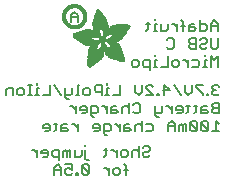
<source format=gbr>
G04 EAGLE Gerber RS-274X export*
G75*
%MOMM*%
%FSLAX34Y34*%
%LPD*%
%INSilkscreen Bottom*%
%IPPOS*%
%AMOC8*
5,1,8,0,0,1.08239X$1,22.5*%
G01*
%ADD10C,0.127000*%
%ADD11R,0.068600X0.007600*%
%ADD12R,0.114300X0.007600*%
%ADD13R,0.152400X0.007700*%
%ADD14R,0.182900X0.007600*%
%ADD15R,0.205700X0.007600*%
%ADD16R,0.228600X0.007600*%
%ADD17R,0.259100X0.007600*%
%ADD18R,0.274300X0.007700*%
%ADD19R,0.289500X0.007600*%
%ADD20R,0.304800X0.007600*%
%ADD21R,0.320100X0.007600*%
%ADD22R,0.342900X0.007600*%
%ADD23R,0.350500X0.007700*%
%ADD24R,0.365800X0.007600*%
%ADD25R,0.381000X0.007600*%
%ADD26R,0.388600X0.007600*%
%ADD27R,0.403800X0.007600*%
%ADD28R,0.419100X0.007700*%
%ADD29R,0.426700X0.007600*%
%ADD30R,0.441900X0.007600*%
%ADD31R,0.449600X0.007600*%
%ADD32R,0.464800X0.007600*%
%ADD33R,0.480000X0.007700*%
%ADD34R,0.487600X0.007600*%
%ADD35R,0.495300X0.007600*%
%ADD36R,0.510500X0.007600*%
%ADD37R,0.518100X0.007600*%
%ADD38R,0.525700X0.007700*%
%ADD39R,0.541000X0.007600*%
%ADD40R,0.548600X0.007600*%
%ADD41R,0.563800X0.007600*%
%ADD42R,0.571500X0.007600*%
%ADD43R,0.579100X0.007700*%
%ADD44R,0.594300X0.007600*%
%ADD45R,0.601900X0.007600*%
%ADD46R,0.609600X0.007600*%
%ADD47R,0.624800X0.007600*%
%ADD48R,0.632400X0.007700*%
%ADD49R,0.640000X0.007600*%
%ADD50R,0.655300X0.007600*%
%ADD51R,0.662900X0.007600*%
%ADD52R,0.678100X0.007600*%
%ADD53R,0.685800X0.007700*%
%ADD54R,0.693400X0.007600*%
%ADD55R,0.708600X0.007600*%
%ADD56R,0.716200X0.007600*%
%ADD57R,0.723900X0.007600*%
%ADD58R,0.739100X0.007700*%
%ADD59R,0.746700X0.007600*%
%ADD60R,0.754300X0.007600*%
%ADD61R,0.769600X0.007600*%
%ADD62R,0.777200X0.007600*%
%ADD63R,0.792400X0.007700*%
%ADD64R,0.800100X0.007600*%
%ADD65R,0.807700X0.007600*%
%ADD66R,0.822900X0.007600*%
%ADD67R,0.830500X0.007600*%
%ADD68R,0.838200X0.007700*%
%ADD69R,0.091500X0.007600*%
%ADD70R,0.853400X0.007600*%
%ADD71R,0.144700X0.007600*%
%ADD72R,0.861000X0.007600*%
%ADD73R,0.190500X0.007600*%
%ADD74R,0.876300X0.007600*%
%ADD75R,0.221000X0.007600*%
%ADD76R,0.883900X0.007600*%
%ADD77R,0.259000X0.007700*%
%ADD78R,0.891500X0.007700*%
%ADD79R,0.289600X0.007600*%
%ADD80R,0.906700X0.007600*%
%ADD81R,0.914400X0.007600*%
%ADD82R,0.350500X0.007600*%
%ADD83R,0.922000X0.007600*%
%ADD84R,0.937200X0.007600*%
%ADD85R,0.411400X0.007700*%
%ADD86R,0.944800X0.007700*%
%ADD87R,0.434300X0.007600*%
%ADD88R,0.952500X0.007600*%
%ADD89R,0.464900X0.007600*%
%ADD90R,0.967700X0.007600*%
%ADD91R,0.975300X0.007600*%
%ADD92R,0.518200X0.007600*%
%ADD93R,0.990600X0.007600*%
%ADD94R,0.548600X0.007700*%
%ADD95R,0.998200X0.007700*%
%ADD96R,1.005800X0.007600*%
%ADD97R,0.594400X0.007600*%
%ADD98R,1.021000X0.007600*%
%ADD99R,0.617200X0.007600*%
%ADD100R,1.028700X0.007600*%
%ADD101R,0.647700X0.007600*%
%ADD102R,1.036300X0.007600*%
%ADD103R,0.670500X0.007700*%
%ADD104R,1.051500X0.007700*%
%ADD105R,1.059100X0.007600*%
%ADD106R,0.716300X0.007600*%
%ADD107R,1.066800X0.007600*%
%ADD108R,0.739100X0.007600*%
%ADD109R,1.074400X0.007600*%
%ADD110R,0.762000X0.007600*%
%ADD111R,1.089600X0.007600*%
%ADD112R,0.784800X0.007700*%
%ADD113R,1.097200X0.007700*%
%ADD114R,1.104900X0.007600*%
%ADD115R,0.830600X0.007600*%
%ADD116R,1.112500X0.007600*%
%ADD117R,0.845800X0.007600*%
%ADD118R,1.120100X0.007600*%
%ADD119R,0.868700X0.007600*%
%ADD120R,1.127700X0.007600*%
%ADD121R,1.135300X0.007700*%
%ADD122R,1.143000X0.007600*%
%ADD123R,0.944900X0.007600*%
%ADD124R,1.150600X0.007600*%
%ADD125R,0.960100X0.007600*%
%ADD126R,1.158200X0.007600*%
%ADD127R,0.983000X0.007600*%
%ADD128R,1.165800X0.007600*%
%ADD129R,1.005900X0.007700*%
%ADD130R,1.173400X0.007700*%
%ADD131R,1.021100X0.007600*%
%ADD132R,1.181100X0.007600*%
%ADD133R,1.044000X0.007600*%
%ADD134R,1.188700X0.007600*%
%ADD135R,1.196300X0.007600*%
%ADD136R,1.082000X0.007600*%
%ADD137R,1.203900X0.007600*%
%ADD138R,1.104900X0.007700*%
%ADD139R,1.211500X0.007700*%
%ADD140R,1.211500X0.007600*%
%ADD141R,1.219200X0.007600*%
%ADD142R,1.226800X0.007600*%
%ADD143R,1.234400X0.007600*%
%ADD144R,1.188700X0.007700*%
%ADD145R,1.242000X0.007700*%
%ADD146R,1.242000X0.007600*%
%ADD147R,1.211600X0.007600*%
%ADD148R,1.249600X0.007600*%
%ADD149R,1.257300X0.007600*%
%ADD150R,1.264900X0.007600*%
%ADD151R,1.242100X0.007700*%
%ADD152R,1.264900X0.007700*%
%ADD153R,1.272500X0.007600*%
%ADD154R,1.265000X0.007600*%
%ADD155R,1.280100X0.007600*%
%ADD156R,1.272600X0.007600*%
%ADD157R,1.287700X0.007600*%
%ADD158R,1.287800X0.007600*%
%ADD159R,1.295400X0.007700*%
%ADD160R,1.303000X0.007600*%
%ADD161R,1.318200X0.007600*%
%ADD162R,1.310600X0.007600*%
%ADD163R,1.325900X0.007600*%
%ADD164R,1.341100X0.007700*%
%ADD165R,1.318200X0.007700*%
%ADD166R,1.341100X0.007600*%
%ADD167R,1.325800X0.007600*%
%ADD168R,1.348700X0.007600*%
%ADD169R,1.364000X0.007600*%
%ADD170R,1.333500X0.007600*%
%ADD171R,1.371600X0.007700*%
%ADD172R,1.379200X0.007600*%
%ADD173R,1.379300X0.007600*%
%ADD174R,1.386900X0.007600*%
%ADD175R,1.394500X0.007600*%
%ADD176R,1.356300X0.007600*%
%ADD177R,1.394400X0.007700*%
%ADD178R,1.356300X0.007700*%
%ADD179R,1.402000X0.007600*%
%ADD180R,1.409700X0.007600*%
%ADD181R,1.363900X0.007600*%
%ADD182R,1.417300X0.007600*%
%ADD183R,1.371600X0.007600*%
%ADD184R,1.424900X0.007700*%
%ADD185R,1.424900X0.007600*%
%ADD186R,1.432600X0.007600*%
%ADD187R,1.440200X0.007600*%
%ADD188R,1.386800X0.007600*%
%ADD189R,1.447800X0.007700*%
%ADD190R,1.386800X0.007700*%
%ADD191R,1.447800X0.007600*%
%ADD192R,1.455500X0.007600*%
%ADD193R,1.394400X0.007600*%
%ADD194R,1.463100X0.007600*%
%ADD195R,1.455400X0.007700*%
%ADD196R,1.463000X0.007600*%
%ADD197R,1.470600X0.007600*%
%ADD198R,1.470600X0.007700*%
%ADD199R,1.409700X0.007700*%
%ADD200R,1.470700X0.007600*%
%ADD201R,1.402100X0.007600*%
%ADD202R,1.478300X0.007600*%
%ADD203R,1.478300X0.007700*%
%ADD204R,1.402100X0.007700*%
%ADD205R,1.485900X0.007600*%
%ADD206R,1.485900X0.007700*%
%ADD207R,1.493500X0.007700*%
%ADD208R,1.493500X0.007600*%
%ADD209R,1.394500X0.007700*%
%ADD210R,1.493600X0.007700*%
%ADD211R,1.386900X0.007700*%
%ADD212R,1.379200X0.007700*%
%ADD213R,2.857500X0.007700*%
%ADD214R,2.857500X0.007600*%
%ADD215R,2.849900X0.007600*%
%ADD216R,2.842300X0.007600*%
%ADD217R,2.834700X0.007700*%
%ADD218R,2.827000X0.007600*%
%ADD219R,2.819400X0.007600*%
%ADD220R,2.811800X0.007600*%
%ADD221R,2.811800X0.007700*%
%ADD222R,2.804100X0.007600*%
%ADD223R,2.796500X0.007600*%
%ADD224R,1.966000X0.007600*%
%ADD225R,1.943100X0.007600*%
%ADD226R,0.754400X0.007600*%
%ADD227R,1.927900X0.007700*%
%ADD228R,0.746700X0.007700*%
%ADD229R,1.912600X0.007600*%
%ADD230R,0.731500X0.007600*%
%ADD231R,1.905000X0.007600*%
%ADD232R,1.882200X0.007600*%
%ADD233R,1.874600X0.007600*%
%ADD234R,1.866900X0.007700*%
%ADD235R,0.708700X0.007700*%
%ADD236R,1.851600X0.007600*%
%ADD237R,0.701100X0.007600*%
%ADD238R,1.844000X0.007600*%
%ADD239R,1.836400X0.007600*%
%ADD240R,1.821200X0.007600*%
%ADD241R,0.685800X0.007600*%
%ADD242R,1.813500X0.007700*%
%ADD243R,1.805900X0.007600*%
%ADD244R,0.678200X0.007600*%
%ADD245R,1.790700X0.007600*%
%ADD246R,0.670600X0.007600*%
%ADD247R,1.775500X0.007600*%
%ADD248R,1.767900X0.007700*%
%ADD249R,0.663000X0.007700*%
%ADD250R,1.760200X0.007600*%
%ADD251R,1.752600X0.007600*%
%ADD252R,0.937300X0.007600*%
%ADD253R,0.792500X0.007600*%
%ADD254R,0.899100X0.007600*%
%ADD255R,0.883900X0.007700*%
%ADD256R,0.716300X0.007700*%
%ADD257R,0.647700X0.007700*%
%ADD258R,0.640100X0.007600*%
%ADD259R,0.632500X0.007600*%
%ADD260R,0.655400X0.007600*%
%ADD261R,0.632400X0.007600*%
%ADD262R,0.845800X0.007700*%
%ADD263R,0.617200X0.007700*%
%ADD264R,0.624800X0.007700*%
%ADD265R,0.602000X0.007600*%
%ADD266R,0.838200X0.007600*%
%ADD267R,0.586700X0.007600*%
%ADD268R,0.548700X0.007600*%
%ADD269R,0.830500X0.007700*%
%ADD270R,0.541000X0.007700*%
%ADD271R,0.594300X0.007700*%
%ADD272R,0.525800X0.007600*%
%ADD273R,0.586800X0.007600*%
%ADD274R,0.815300X0.007600*%
%ADD275R,0.579200X0.007600*%
%ADD276R,0.815400X0.007600*%
%ADD277R,0.815400X0.007700*%
%ADD278R,0.571500X0.007700*%
%ADD279R,0.807800X0.007600*%
%ADD280R,0.563900X0.007600*%
%ADD281R,0.457200X0.007600*%
%ADD282R,0.442000X0.007600*%
%ADD283R,0.556300X0.007600*%
%ADD284R,0.807700X0.007700*%
%ADD285R,0.411500X0.007600*%
%ADD286R,0.533400X0.007600*%
%ADD287R,0.076200X0.007600*%
%ADD288R,0.403900X0.007600*%
%ADD289R,0.525700X0.007600*%
%ADD290R,0.388700X0.007600*%
%ADD291R,0.297200X0.007600*%
%ADD292R,0.373400X0.007700*%
%ADD293R,0.503000X0.007700*%
%ADD294R,0.426800X0.007700*%
%ADD295R,0.358100X0.007600*%
%ADD296R,0.502900X0.007600*%
%ADD297R,0.472400X0.007600*%
%ADD298R,0.487700X0.007600*%
%ADD299R,0.335300X0.007600*%
%ADD300R,0.792500X0.007700*%
%ADD301R,0.327600X0.007700*%
%ADD302R,0.472400X0.007700*%
%ADD303R,0.640000X0.007700*%
%ADD304R,0.784800X0.007600*%
%ADD305R,0.320000X0.007600*%
%ADD306R,0.792400X0.007600*%
%ADD307R,1.173400X0.007600*%
%ADD308R,1.196400X0.007600*%
%ADD309R,0.784900X0.007600*%
%ADD310R,0.784900X0.007700*%
%ADD311R,0.297200X0.007700*%
%ADD312R,1.249700X0.007600*%
%ADD313R,0.281900X0.007600*%
%ADD314R,1.295400X0.007600*%
%ADD315R,0.266700X0.007600*%
%ADD316R,0.777300X0.007700*%
%ADD317R,0.266700X0.007700*%
%ADD318R,1.333500X0.007700*%
%ADD319R,0.777300X0.007600*%
%ADD320R,1.348800X0.007600*%
%ADD321R,0.251500X0.007600*%
%ADD322R,0.243900X0.007700*%
%ADD323R,0.243900X0.007600*%
%ADD324R,1.440100X0.007600*%
%ADD325R,0.236200X0.007600*%
%ADD326R,0.762000X0.007700*%
%ADD327R,0.236200X0.007700*%
%ADD328R,1.508700X0.007700*%
%ADD329R,1.531600X0.007600*%
%ADD330R,1.546900X0.007600*%
%ADD331R,1.569700X0.007600*%
%ADD332R,1.585000X0.007600*%
%ADD333R,0.746800X0.007700*%
%ADD334R,1.607800X0.007700*%
%ADD335R,0.243800X0.007600*%
%ADD336R,1.630700X0.007600*%
%ADD337R,1.653500X0.007600*%
%ADD338R,0.739200X0.007600*%
%ADD339R,1.684000X0.007600*%
%ADD340R,2.019300X0.007600*%
%ADD341R,0.731500X0.007700*%
%ADD342R,2.026900X0.007700*%
%ADD343R,2.049800X0.007600*%
%ADD344R,2.057400X0.007600*%
%ADD345R,0.708700X0.007600*%
%ADD346R,2.072600X0.007600*%
%ADD347R,0.701000X0.007600*%
%ADD348R,2.095500X0.007600*%
%ADD349R,0.693500X0.007700*%
%ADD350R,2.110800X0.007700*%
%ADD351R,2.141200X0.007600*%
%ADD352R,0.060900X0.007600*%
%ADD353R,2.872700X0.007600*%
%ADD354R,3.124200X0.007600*%
%ADD355R,3.177600X0.007600*%
%ADD356R,3.215600X0.007700*%
%ADD357R,3.253700X0.007600*%
%ADD358R,3.284300X0.007600*%
%ADD359R,3.314700X0.007600*%
%ADD360R,3.352800X0.007600*%
%ADD361R,3.375600X0.007700*%
%ADD362R,3.406200X0.007600*%
%ADD363R,3.429000X0.007600*%
%ADD364R,3.451800X0.007600*%
%ADD365R,3.482400X0.007600*%
%ADD366R,1.828800X0.007700*%
%ADD367R,1.539300X0.007700*%
%ADD368R,1.767900X0.007600*%
%ADD369R,1.767800X0.007600*%
%ADD370R,1.760200X0.007700*%
%ADD371R,1.760300X0.007600*%
%ADD372R,1.775400X0.007700*%
%ADD373R,1.379300X0.007700*%
%ADD374R,1.783000X0.007600*%
%ADD375R,1.813500X0.007600*%
%ADD376R,1.821100X0.007700*%
%ADD377R,0.503000X0.007600*%
%ADD378R,1.135400X0.007600*%
%ADD379R,1.127700X0.007700*%
%ADD380R,0.487700X0.007700*%
%ADD381R,1.120200X0.007600*%
%ADD382R,1.097300X0.007600*%
%ADD383R,0.510600X0.007600*%
%ADD384R,1.074400X0.007700*%
%ADD385R,0.525800X0.007700*%
%ADD386R,1.440200X0.007700*%
%ADD387R,1.059200X0.007600*%
%ADD388R,1.051600X0.007600*%
%ADD389R,1.051500X0.007600*%
%ADD390R,1.043900X0.007700*%
%ADD391R,0.602000X0.007700*%
%ADD392R,1.524000X0.007600*%
%ADD393R,1.539300X0.007600*%
%ADD394R,1.592600X0.007600*%
%ADD395R,1.021100X0.007700*%
%ADD396R,1.615400X0.007700*%
%ADD397R,1.013400X0.007600*%
%ADD398R,1.653600X0.007600*%
%ADD399R,1.013500X0.007600*%
%ADD400R,1.699300X0.007600*%
%ADD401R,2.743200X0.007600*%
%ADD402R,1.005900X0.007600*%
%ADD403R,2.415500X0.007600*%
%ADD404R,1.005800X0.007700*%
%ADD405R,0.281900X0.007700*%
%ADD406R,2.408000X0.007700*%
%ADD407R,2.407900X0.007600*%
%ADD408R,0.998200X0.007600*%
%ADD409R,0.282000X0.007600*%
%ADD410R,0.998300X0.007600*%
%ADD411R,2.400300X0.007600*%
%ADD412R,0.289500X0.007700*%
%ADD413R,2.400300X0.007700*%
%ADD414R,0.297100X0.007600*%
%ADD415R,0.312400X0.007600*%
%ADD416R,2.392700X0.007600*%
%ADD417R,0.990600X0.007700*%
%ADD418R,0.327700X0.007700*%
%ADD419R,2.392700X0.007700*%
%ADD420R,2.385100X0.007600*%
%ADD421R,0.381000X0.007700*%
%ADD422R,2.377400X0.007700*%
%ADD423R,2.377400X0.007600*%
%ADD424R,2.369800X0.007600*%
%ADD425R,0.419100X0.007600*%
%ADD426R,2.362200X0.007600*%
%ADD427R,0.426800X0.007600*%
%ADD428R,1.036300X0.007700*%
%ADD429R,0.442000X0.007700*%
%ADD430R,2.354600X0.007700*%
%ADD431R,2.354600X0.007600*%
%ADD432R,0.480100X0.007600*%
%ADD433R,2.347000X0.007600*%
%ADD434R,1.074500X0.007600*%
%ADD435R,2.339400X0.007600*%
%ADD436R,1.082100X0.007700*%
%ADD437R,0.548700X0.007700*%
%ADD438R,2.331800X0.007700*%
%ADD439R,2.331800X0.007600*%
%ADD440R,0.624900X0.007600*%
%ADD441R,2.324100X0.007600*%
%ADD442R,1.859300X0.007600*%
%ADD443R,2.308800X0.007600*%
%ADD444R,2.301200X0.007700*%
%ADD445R,2.301200X0.007600*%
%ADD446R,2.293600X0.007600*%
%ADD447R,2.278400X0.007600*%
%ADD448R,1.889800X0.007600*%
%ADD449R,2.270700X0.007600*%
%ADD450R,1.897400X0.007700*%
%ADD451R,2.255500X0.007700*%
%ADD452R,1.897400X0.007600*%
%ADD453R,2.247900X0.007600*%
%ADD454R,2.232600X0.007600*%
%ADD455R,1.912700X0.007600*%
%ADD456R,2.209800X0.007600*%
%ADD457R,1.920300X0.007600*%
%ADD458R,2.186900X0.007600*%
%ADD459R,1.920300X0.007700*%
%ADD460R,2.171700X0.007700*%
%ADD461R,1.935500X0.007600*%
%ADD462R,2.148800X0.007600*%
%ADD463R,2.126000X0.007600*%
%ADD464R,1.950700X0.007600*%
%ADD465R,1.958400X0.007700*%
%ADD466R,2.042200X0.007700*%
%ADD467R,1.973600X0.007600*%
%ADD468R,1.996500X0.007600*%
%ADD469R,1.981200X0.007600*%
%ADD470R,1.988800X0.007600*%
%ADD471R,1.996400X0.007700*%
%ADD472R,1.996400X0.007600*%
%ADD473R,2.004100X0.007600*%
%ADD474R,1.874500X0.007600*%
%ADD475R,1.425000X0.007600*%
%ADD476R,2.026900X0.007600*%
%ADD477R,0.434400X0.007700*%
%ADD478R,1.364000X0.007700*%
%ADD479R,2.034500X0.007600*%
%ADD480R,0.434400X0.007600*%
%ADD481R,2.049700X0.007600*%
%ADD482R,2.065000X0.007700*%
%ADD483R,0.464800X0.007700*%
%ADD484R,1.196300X0.007700*%
%ADD485R,2.080300X0.007600*%
%ADD486R,1.158300X0.007600*%
%ADD487R,2.087900X0.007600*%
%ADD488R,0.472500X0.007600*%
%ADD489R,2.103100X0.007600*%
%ADD490R,2.118400X0.007600*%
%ADD491R,2.133600X0.007600*%
%ADD492R,2.148800X0.007700*%
%ADD493R,2.164000X0.007600*%
%ADD494R,2.171700X0.007600*%
%ADD495R,2.187000X0.007600*%
%ADD496R,0.556200X0.007600*%
%ADD497R,2.202200X0.007700*%
%ADD498R,0.556200X0.007700*%
%ADD499R,0.640100X0.007700*%
%ADD500R,0.579100X0.007600*%
%ADD501R,0.480000X0.007600*%
%ADD502R,1.752600X0.007700*%
%ADD503R,0.487600X0.007700*%
%ADD504R,0.594400X0.007700*%
%ADD505R,0.358100X0.007700*%
%ADD506R,0.099000X0.007600*%
%ADD507R,1.280200X0.007600*%
%ADD508R,1.745000X0.007600*%
%ADD509R,1.744900X0.007600*%
%ADD510R,1.737300X0.007700*%
%ADD511R,1.737400X0.007600*%
%ADD512R,1.729800X0.007600*%
%ADD513R,1.722200X0.007600*%
%ADD514R,1.722100X0.007600*%
%ADD515R,1.714500X0.007700*%
%ADD516R,1.356400X0.007700*%
%ADD517R,1.706900X0.007600*%
%ADD518R,1.356400X0.007600*%
%ADD519R,1.691700X0.007600*%
%ADD520R,1.668800X0.007700*%
%ADD521R,1.645900X0.007600*%
%ADD522R,1.623100X0.007600*%
%ADD523R,1.577400X0.007600*%
%ADD524R,1.554400X0.007600*%
%ADD525R,1.539200X0.007600*%
%ADD526R,1.524000X0.007700*%
%ADD527R,1.501100X0.007600*%
%ADD528R,1.455400X0.007600*%
%ADD529R,1.348800X0.007700*%
%ADD530R,1.318300X0.007600*%
%ADD531R,1.310600X0.007700*%
%ADD532R,1.287800X0.007700*%
%ADD533R,1.234500X0.007600*%
%ADD534R,1.226900X0.007600*%
%ADD535R,1.173500X0.007700*%
%ADD536R,1.173500X0.007600*%
%ADD537R,1.165900X0.007600*%
%ADD538R,1.143000X0.007700*%
%ADD539R,1.127800X0.007600*%
%ADD540R,1.097200X0.007600*%
%ADD541R,1.028700X0.007700*%
%ADD542R,0.982900X0.007600*%
%ADD543R,0.952500X0.007700*%
%ADD544R,0.929600X0.007600*%
%ADD545R,0.906800X0.007700*%
%ADD546R,0.906800X0.007600*%
%ADD547R,0.899200X0.007600*%
%ADD548R,0.884000X0.007600*%
%ADD549R,0.876300X0.007700*%
%ADD550R,0.830600X0.007700*%
%ADD551R,0.754400X0.007700*%
%ADD552R,0.746800X0.007600*%
%ADD553R,0.708600X0.007700*%
%ADD554R,0.678200X0.007700*%
%ADD555R,0.663000X0.007600*%
%ADD556R,0.632500X0.007700*%
%ADD557R,0.556300X0.007700*%
%ADD558R,0.518200X0.007700*%
%ADD559R,0.434300X0.007700*%
%ADD560R,0.396300X0.007700*%
%ADD561R,0.373300X0.007600*%
%ADD562R,0.365700X0.007600*%
%ADD563R,0.327700X0.007600*%
%ADD564R,0.304800X0.007700*%
%ADD565R,0.274300X0.007600*%
%ADD566R,0.243800X0.007700*%
%ADD567R,0.205800X0.007600*%
%ADD568R,0.152400X0.007600*%
%ADD569R,0.121900X0.007700*%
%ADD570C,0.304800*%
%ADD571C,0.203200*%


D10*
X222885Y130175D02*
X222885Y136107D01*
X219919Y139073D01*
X216953Y136107D01*
X216953Y130175D01*
X216953Y134624D02*
X222885Y134624D01*
X207598Y139073D02*
X207598Y130175D01*
X212047Y130175D01*
X213530Y131658D01*
X213530Y134624D01*
X212047Y136107D01*
X207598Y136107D01*
X202692Y136107D02*
X199726Y136107D01*
X198243Y134624D01*
X198243Y130175D01*
X202692Y130175D01*
X204175Y131658D01*
X202692Y133141D01*
X198243Y133141D01*
X193337Y130175D02*
X193337Y137590D01*
X191854Y139073D01*
X191854Y134624D02*
X194819Y134624D01*
X188583Y136107D02*
X188583Y130175D01*
X188583Y133141D02*
X185617Y136107D01*
X184134Y136107D01*
X180787Y136107D02*
X180787Y131658D01*
X179304Y130175D01*
X174855Y130175D01*
X174855Y136107D01*
X171432Y136107D02*
X169949Y136107D01*
X169949Y130175D01*
X171432Y130175D02*
X168466Y130175D01*
X169949Y139073D02*
X169949Y140556D01*
X163712Y137590D02*
X163712Y131658D01*
X162229Y130175D01*
X162229Y136107D02*
X165195Y136107D01*
X222885Y123833D02*
X222885Y116418D01*
X221402Y114935D01*
X218436Y114935D01*
X216953Y116418D01*
X216953Y123833D01*
X209081Y123833D02*
X207598Y122350D01*
X209081Y123833D02*
X212047Y123833D01*
X213530Y122350D01*
X213530Y120867D01*
X212047Y119384D01*
X209081Y119384D01*
X207598Y117901D01*
X207598Y116418D01*
X209081Y114935D01*
X212047Y114935D01*
X213530Y116418D01*
X204175Y114935D02*
X204175Y123833D01*
X199726Y123833D01*
X198243Y122350D01*
X198243Y120867D01*
X199726Y119384D01*
X198243Y117901D01*
X198243Y116418D01*
X199726Y114935D01*
X204175Y114935D01*
X204175Y119384D02*
X199726Y119384D01*
X181015Y123833D02*
X179533Y122350D01*
X181015Y123833D02*
X183981Y123833D01*
X185464Y122350D01*
X185464Y116418D01*
X183981Y114935D01*
X181015Y114935D01*
X179533Y116418D01*
X222885Y108593D02*
X222885Y99695D01*
X219919Y105627D02*
X222885Y108593D01*
X219919Y105627D02*
X216953Y108593D01*
X216953Y99695D01*
X213530Y105627D02*
X212047Y105627D01*
X212047Y99695D01*
X213530Y99695D02*
X210564Y99695D01*
X212047Y108593D02*
X212047Y110076D01*
X205810Y105627D02*
X201361Y105627D01*
X205810Y105627D02*
X207293Y104144D01*
X207293Y101178D01*
X205810Y99695D01*
X201361Y99695D01*
X197938Y99695D02*
X197938Y105627D01*
X197938Y102661D02*
X194972Y105627D01*
X193489Y105627D01*
X188659Y99695D02*
X185693Y99695D01*
X184210Y101178D01*
X184210Y104144D01*
X185693Y105627D01*
X188659Y105627D01*
X190142Y104144D01*
X190142Y101178D01*
X188659Y99695D01*
X180787Y99695D02*
X180787Y108593D01*
X180787Y99695D02*
X174855Y99695D01*
X171432Y105627D02*
X169949Y105627D01*
X169949Y99695D01*
X171432Y99695D02*
X168466Y99695D01*
X169949Y108593D02*
X169949Y110076D01*
X165195Y105627D02*
X165195Y96729D01*
X165195Y105627D02*
X160746Y105627D01*
X159263Y104144D01*
X159263Y101178D01*
X160746Y99695D01*
X165195Y99695D01*
X154357Y99695D02*
X151391Y99695D01*
X149908Y101178D01*
X149908Y104144D01*
X151391Y105627D01*
X154357Y105627D01*
X155840Y104144D01*
X155840Y101178D01*
X154357Y99695D01*
X222672Y84463D02*
X224155Y82980D01*
X222672Y84463D02*
X219706Y84463D01*
X218223Y82980D01*
X218223Y81497D01*
X219706Y80014D01*
X221189Y80014D01*
X219706Y80014D02*
X218223Y78531D01*
X218223Y77048D01*
X219706Y75565D01*
X222672Y75565D01*
X224155Y77048D01*
X214800Y77048D02*
X214800Y75565D01*
X214800Y77048D02*
X213317Y77048D01*
X213317Y75565D01*
X214800Y75565D01*
X210122Y84463D02*
X204191Y84463D01*
X204191Y82980D01*
X210122Y77048D01*
X210122Y75565D01*
X200767Y78531D02*
X200767Y84463D01*
X200767Y78531D02*
X197801Y75565D01*
X194835Y78531D01*
X194835Y84463D01*
X185480Y84463D02*
X191412Y75565D01*
X177608Y75565D02*
X177608Y84463D01*
X182057Y80014D01*
X176125Y80014D01*
X172701Y77048D02*
X172701Y75565D01*
X172701Y77048D02*
X171219Y77048D01*
X171219Y75565D01*
X172701Y75565D01*
X168024Y75565D02*
X162092Y75565D01*
X168024Y75565D02*
X162092Y81497D01*
X162092Y82980D01*
X163575Y84463D01*
X166541Y84463D01*
X168024Y82980D01*
X158669Y84463D02*
X158669Y78531D01*
X155703Y75565D01*
X152737Y78531D01*
X152737Y84463D01*
X139958Y84463D02*
X139958Y75565D01*
X134027Y75565D01*
X130603Y81497D02*
X129120Y81497D01*
X129120Y75565D01*
X130603Y75565D02*
X127637Y75565D01*
X129120Y84463D02*
X129120Y85946D01*
X124366Y84463D02*
X124366Y75565D01*
X124366Y84463D02*
X119918Y84463D01*
X118435Y82980D01*
X118435Y80014D01*
X119918Y78531D01*
X124366Y78531D01*
X113528Y75565D02*
X110562Y75565D01*
X109079Y77048D01*
X109079Y80014D01*
X110562Y81497D01*
X113528Y81497D01*
X115011Y80014D01*
X115011Y77048D01*
X113528Y75565D01*
X105656Y84463D02*
X104173Y84463D01*
X104173Y75565D01*
X105656Y75565D02*
X102690Y75565D01*
X99419Y77048D02*
X99419Y81497D01*
X99419Y77048D02*
X97936Y75565D01*
X93487Y75565D01*
X93487Y74082D02*
X93487Y81497D01*
X93487Y74082D02*
X94970Y72599D01*
X96453Y72599D01*
X90064Y75565D02*
X84132Y84463D01*
X80709Y84463D02*
X80709Y75565D01*
X74777Y75565D01*
X71354Y81497D02*
X69871Y81497D01*
X69871Y75565D01*
X71354Y75565D02*
X68388Y75565D01*
X69871Y84463D02*
X69871Y85946D01*
X65117Y75565D02*
X62151Y75565D01*
X63634Y75565D02*
X63634Y84463D01*
X65117Y84463D02*
X62151Y84463D01*
X57397Y75565D02*
X54431Y75565D01*
X52948Y77048D01*
X52948Y80014D01*
X54431Y81497D01*
X57397Y81497D01*
X58880Y80014D01*
X58880Y77048D01*
X57397Y75565D01*
X49525Y75565D02*
X49525Y81497D01*
X45076Y81497D01*
X43593Y80014D01*
X43593Y75565D01*
X224155Y69223D02*
X224155Y60325D01*
X224155Y69223D02*
X219706Y69223D01*
X218223Y67740D01*
X218223Y66257D01*
X219706Y64774D01*
X218223Y63291D01*
X218223Y61808D01*
X219706Y60325D01*
X224155Y60325D01*
X224155Y64774D02*
X219706Y64774D01*
X213317Y66257D02*
X210351Y66257D01*
X208868Y64774D01*
X208868Y60325D01*
X213317Y60325D01*
X214800Y61808D01*
X213317Y63291D01*
X208868Y63291D01*
X203962Y61808D02*
X203962Y67740D01*
X203962Y61808D02*
X202479Y60325D01*
X202479Y66257D02*
X205445Y66257D01*
X197725Y67740D02*
X197725Y61808D01*
X196242Y60325D01*
X196242Y66257D02*
X199208Y66257D01*
X191488Y60325D02*
X188522Y60325D01*
X191488Y60325D02*
X192971Y61808D01*
X192971Y64774D01*
X191488Y66257D01*
X188522Y66257D01*
X187039Y64774D01*
X187039Y63291D01*
X192971Y63291D01*
X183616Y60325D02*
X183616Y66257D01*
X183616Y63291D02*
X180650Y66257D01*
X179167Y66257D01*
X175820Y66257D02*
X175820Y61808D01*
X174337Y60325D01*
X169888Y60325D01*
X169888Y58842D02*
X169888Y66257D01*
X169888Y58842D02*
X171371Y57359D01*
X172854Y57359D01*
X152661Y69223D02*
X151178Y67740D01*
X152661Y69223D02*
X155627Y69223D01*
X157110Y67740D01*
X157110Y61808D01*
X155627Y60325D01*
X152661Y60325D01*
X151178Y61808D01*
X147754Y60325D02*
X147754Y69223D01*
X146271Y66257D02*
X147754Y64774D01*
X146271Y66257D02*
X143306Y66257D01*
X141823Y64774D01*
X141823Y60325D01*
X136916Y66257D02*
X133950Y66257D01*
X132467Y64774D01*
X132467Y60325D01*
X136916Y60325D01*
X138399Y61808D01*
X136916Y63291D01*
X132467Y63291D01*
X129044Y60325D02*
X129044Y66257D01*
X129044Y63291D02*
X126078Y66257D01*
X124595Y66257D01*
X118282Y57359D02*
X116799Y57359D01*
X115316Y58842D01*
X115316Y66257D01*
X119765Y66257D01*
X121248Y64774D01*
X121248Y61808D01*
X119765Y60325D01*
X115316Y60325D01*
X110410Y60325D02*
X107444Y60325D01*
X110410Y60325D02*
X111893Y61808D01*
X111893Y64774D01*
X110410Y66257D01*
X107444Y66257D01*
X105961Y64774D01*
X105961Y63291D01*
X111893Y63291D01*
X102538Y60325D02*
X102538Y66257D01*
X102538Y63291D02*
X99572Y66257D01*
X98089Y66257D01*
X221189Y53983D02*
X224155Y51017D01*
X221189Y53983D02*
X221189Y45085D01*
X224155Y45085D02*
X218223Y45085D01*
X214800Y46568D02*
X214800Y52500D01*
X213317Y53983D01*
X210351Y53983D01*
X208868Y52500D01*
X208868Y46568D01*
X210351Y45085D01*
X213317Y45085D01*
X214800Y46568D01*
X208868Y52500D01*
X205445Y52500D02*
X205445Y46568D01*
X205445Y52500D02*
X203962Y53983D01*
X200996Y53983D01*
X199513Y52500D01*
X199513Y46568D01*
X200996Y45085D01*
X203962Y45085D01*
X205445Y46568D01*
X199513Y52500D01*
X196089Y51017D02*
X196089Y45085D01*
X196089Y51017D02*
X194607Y51017D01*
X193124Y49534D01*
X193124Y45085D01*
X193124Y49534D02*
X191641Y51017D01*
X190158Y49534D01*
X190158Y45085D01*
X186734Y45085D02*
X186734Y51017D01*
X183768Y53983D01*
X180803Y51017D01*
X180803Y45085D01*
X180803Y49534D02*
X186734Y49534D01*
X166541Y51017D02*
X162092Y51017D01*
X166541Y51017D02*
X168024Y49534D01*
X168024Y46568D01*
X166541Y45085D01*
X162092Y45085D01*
X158669Y45085D02*
X158669Y53983D01*
X157186Y51017D02*
X158669Y49534D01*
X157186Y51017D02*
X154220Y51017D01*
X152737Y49534D01*
X152737Y45085D01*
X147831Y51017D02*
X144865Y51017D01*
X143382Y49534D01*
X143382Y45085D01*
X147831Y45085D01*
X149314Y46568D01*
X147831Y48051D01*
X143382Y48051D01*
X139958Y45085D02*
X139958Y51017D01*
X139958Y48051D02*
X136992Y51017D01*
X135510Y51017D01*
X129197Y42119D02*
X127714Y42119D01*
X126231Y43602D01*
X126231Y51017D01*
X130679Y51017D01*
X132162Y49534D01*
X132162Y46568D01*
X130679Y45085D01*
X126231Y45085D01*
X121324Y45085D02*
X118358Y45085D01*
X121324Y45085D02*
X122807Y46568D01*
X122807Y49534D01*
X121324Y51017D01*
X118358Y51017D01*
X116875Y49534D01*
X116875Y48051D01*
X122807Y48051D01*
X104097Y45085D02*
X104097Y51017D01*
X104097Y48051D02*
X101131Y51017D01*
X99648Y51017D01*
X94818Y51017D02*
X91852Y51017D01*
X90369Y49534D01*
X90369Y45085D01*
X94818Y45085D01*
X96301Y46568D01*
X94818Y48051D01*
X90369Y48051D01*
X85463Y46568D02*
X85463Y52500D01*
X85463Y46568D02*
X83980Y45085D01*
X83980Y51017D02*
X86946Y51017D01*
X79226Y45085D02*
X76260Y45085D01*
X79226Y45085D02*
X80709Y46568D01*
X80709Y49534D01*
X79226Y51017D01*
X76260Y51017D01*
X74777Y49534D01*
X74777Y48051D01*
X80709Y48051D01*
X159187Y30910D02*
X160670Y32393D01*
X163636Y32393D01*
X165119Y30910D01*
X165119Y29427D01*
X163636Y27944D01*
X160670Y27944D01*
X159187Y26461D01*
X159187Y24978D01*
X160670Y23495D01*
X163636Y23495D01*
X165119Y24978D01*
X155763Y23495D02*
X155763Y32393D01*
X154280Y29427D02*
X155763Y27944D01*
X154280Y29427D02*
X151315Y29427D01*
X149832Y27944D01*
X149832Y23495D01*
X144925Y23495D02*
X141959Y23495D01*
X140476Y24978D01*
X140476Y27944D01*
X141959Y29427D01*
X144925Y29427D01*
X146408Y27944D01*
X146408Y24978D01*
X144925Y23495D01*
X137053Y23495D02*
X137053Y29427D01*
X137053Y26461D02*
X134087Y29427D01*
X132604Y29427D01*
X127774Y30910D02*
X127774Y24978D01*
X126291Y23495D01*
X126291Y29427D02*
X129257Y29427D01*
X113665Y20529D02*
X112182Y20529D01*
X110699Y22012D01*
X110699Y29427D01*
X110699Y32393D02*
X110699Y33876D01*
X107428Y29427D02*
X107428Y24978D01*
X105945Y23495D01*
X101497Y23495D01*
X101497Y29427D01*
X98073Y29427D02*
X98073Y23495D01*
X98073Y29427D02*
X96590Y29427D01*
X95107Y27944D01*
X95107Y23495D01*
X95107Y27944D02*
X93624Y29427D01*
X92141Y27944D01*
X92141Y23495D01*
X88718Y20529D02*
X88718Y29427D01*
X84269Y29427D01*
X82786Y27944D01*
X82786Y24978D01*
X84269Y23495D01*
X88718Y23495D01*
X77880Y23495D02*
X74914Y23495D01*
X77880Y23495D02*
X79363Y24978D01*
X79363Y27944D01*
X77880Y29427D01*
X74914Y29427D01*
X73431Y27944D01*
X73431Y26461D01*
X79363Y26461D01*
X70008Y23495D02*
X70008Y29427D01*
X70008Y26461D02*
X67042Y29427D01*
X65559Y29427D01*
X144925Y15670D02*
X144925Y8255D01*
X144925Y15670D02*
X143442Y17153D01*
X143442Y12704D02*
X146408Y12704D01*
X138689Y8255D02*
X135723Y8255D01*
X134240Y9738D01*
X134240Y12704D01*
X135723Y14187D01*
X138689Y14187D01*
X140171Y12704D01*
X140171Y9738D01*
X138689Y8255D01*
X130816Y8255D02*
X130816Y14187D01*
X130816Y11221D02*
X127850Y14187D01*
X126367Y14187D01*
X113665Y15670D02*
X113665Y9738D01*
X113665Y15670D02*
X112182Y17153D01*
X109216Y17153D01*
X107733Y15670D01*
X107733Y9738D01*
X109216Y8255D01*
X112182Y8255D01*
X113665Y9738D01*
X107733Y15670D01*
X104310Y9738D02*
X104310Y8255D01*
X104310Y9738D02*
X102827Y9738D01*
X102827Y8255D01*
X104310Y8255D01*
X99632Y17153D02*
X93701Y17153D01*
X99632Y17153D02*
X99632Y12704D01*
X96666Y14187D01*
X95184Y14187D01*
X93701Y12704D01*
X93701Y9738D01*
X95184Y8255D01*
X98149Y8255D01*
X99632Y9738D01*
X90277Y8255D02*
X90277Y14187D01*
X87311Y17153D01*
X84345Y14187D01*
X84345Y8255D01*
X84345Y12704D02*
X90277Y12704D01*
D11*
X114452Y99060D03*
D12*
X114453Y99136D03*
D13*
X114490Y99213D03*
D14*
X114491Y99289D03*
D15*
X114453Y99365D03*
D16*
X114490Y99441D03*
D17*
X114491Y99517D03*
D18*
X114491Y99594D03*
D19*
X114491Y99670D03*
D20*
X114567Y99746D03*
D21*
X114567Y99822D03*
D22*
X114605Y99898D03*
D23*
X114643Y99975D03*
D24*
X114643Y100051D03*
D25*
X114719Y100127D03*
D26*
X114757Y100203D03*
D27*
X114757Y100279D03*
D28*
X114834Y100356D03*
D29*
X114872Y100432D03*
D30*
X114948Y100508D03*
D31*
X114986Y100584D03*
D32*
X114986Y100660D03*
D33*
X115062Y100737D03*
D34*
X115100Y100813D03*
D35*
X115139Y100889D03*
D36*
X115215Y100965D03*
D37*
X115253Y101041D03*
D38*
X115291Y101118D03*
D39*
X115367Y101194D03*
D40*
X115405Y101270D03*
D41*
X115481Y101346D03*
D42*
X115520Y101422D03*
D43*
X115558Y101499D03*
D44*
X115634Y101575D03*
D45*
X115672Y101651D03*
D46*
X115710Y101727D03*
D47*
X115786Y101803D03*
D48*
X115824Y101880D03*
D49*
X115862Y101956D03*
D50*
X115939Y102032D03*
D51*
X115977Y102108D03*
D52*
X116053Y102184D03*
D53*
X116091Y102261D03*
D54*
X116129Y102337D03*
D55*
X116205Y102413D03*
D56*
X116243Y102489D03*
D57*
X116282Y102565D03*
D58*
X116358Y102642D03*
D59*
X116396Y102718D03*
D60*
X116434Y102794D03*
D61*
X116510Y102870D03*
D62*
X116548Y102946D03*
D63*
X116624Y103023D03*
D64*
X116663Y103099D03*
D65*
X116701Y103175D03*
D66*
X116777Y103251D03*
D67*
X116815Y103327D03*
D68*
X116853Y103404D03*
D69*
X142380Y103480D03*
D70*
X116929Y103480D03*
D71*
X142342Y103556D03*
D72*
X116967Y103556D03*
D73*
X142266Y103632D03*
D74*
X117044Y103632D03*
D75*
X142189Y103708D03*
D76*
X117082Y103708D03*
D77*
X142151Y103785D03*
D78*
X117120Y103785D03*
D79*
X142075Y103861D03*
D80*
X117196Y103861D03*
D21*
X141999Y103937D03*
D81*
X117234Y103937D03*
D82*
X141923Y104013D03*
D83*
X117272Y104013D03*
D25*
X141846Y104089D03*
D84*
X117348Y104089D03*
D85*
X141770Y104166D03*
D86*
X117386Y104166D03*
D87*
X141656Y104242D03*
D88*
X117425Y104242D03*
D89*
X141580Y104318D03*
D90*
X117501Y104318D03*
D35*
X141504Y104394D03*
D91*
X117539Y104394D03*
D92*
X141389Y104470D03*
D93*
X117615Y104470D03*
D94*
X141313Y104547D03*
D95*
X117653Y104547D03*
D42*
X141199Y104623D03*
D96*
X117691Y104623D03*
D97*
X141084Y104699D03*
D98*
X117767Y104699D03*
D99*
X140970Y104775D03*
D100*
X117806Y104775D03*
D101*
X140894Y104851D03*
D102*
X117844Y104851D03*
D103*
X140780Y104928D03*
D104*
X117920Y104928D03*
D54*
X140665Y105004D03*
D105*
X117958Y105004D03*
D106*
X140551Y105080D03*
D107*
X117996Y105080D03*
D108*
X140437Y105156D03*
D109*
X118034Y105156D03*
D110*
X140322Y105232D03*
D111*
X118110Y105232D03*
D112*
X140208Y105309D03*
D113*
X118148Y105309D03*
D65*
X140094Y105385D03*
D114*
X118187Y105385D03*
D115*
X139979Y105461D03*
D116*
X118225Y105461D03*
D117*
X139827Y105537D03*
D118*
X118263Y105537D03*
D119*
X139713Y105613D03*
D120*
X118301Y105613D03*
D78*
X139599Y105690D03*
D121*
X118339Y105690D03*
D83*
X139446Y105766D03*
D122*
X118377Y105766D03*
D123*
X139332Y105842D03*
D124*
X118415Y105842D03*
D125*
X139180Y105918D03*
D126*
X118453Y105918D03*
D127*
X139065Y105994D03*
D128*
X118491Y105994D03*
D129*
X138951Y106071D03*
D130*
X118529Y106071D03*
D131*
X138799Y106147D03*
D132*
X118568Y106147D03*
D133*
X138684Y106223D03*
D134*
X118606Y106223D03*
D107*
X138570Y106299D03*
D135*
X118644Y106299D03*
D136*
X138417Y106375D03*
D137*
X118682Y106375D03*
D138*
X138303Y106452D03*
D139*
X118720Y106452D03*
D118*
X138227Y106528D03*
D140*
X118720Y106528D03*
D122*
X138112Y106604D03*
D141*
X118758Y106604D03*
D124*
X137998Y106680D03*
D142*
X118796Y106680D03*
D128*
X137922Y106756D03*
D143*
X118834Y106756D03*
D144*
X137808Y106833D03*
D145*
X118872Y106833D03*
D135*
X137694Y106909D03*
D146*
X118872Y106909D03*
D147*
X137617Y106985D03*
D148*
X118910Y106985D03*
D142*
X137541Y107061D03*
D149*
X118949Y107061D03*
D142*
X137465Y107137D03*
D150*
X118987Y107137D03*
D151*
X137389Y107214D03*
D152*
X118987Y107214D03*
D149*
X137313Y107290D03*
D153*
X119025Y107290D03*
D154*
X137198Y107366D03*
D155*
X119063Y107366D03*
D156*
X137160Y107442D03*
D157*
X119101Y107442D03*
D158*
X137084Y107518D03*
D157*
X119101Y107518D03*
D159*
X136969Y107595D03*
X119139Y107595D03*
D160*
X136931Y107671D03*
X119177Y107671D03*
D161*
X136855Y107747D03*
D160*
X119177Y107747D03*
D161*
X136779Y107823D03*
D162*
X119215Y107823D03*
D163*
X136741Y107899D03*
D162*
X119215Y107899D03*
D164*
X136665Y107976D03*
D165*
X119253Y107976D03*
D166*
X136589Y108052D03*
D167*
X119291Y108052D03*
D168*
X136551Y108128D03*
D167*
X119291Y108128D03*
D169*
X136474Y108204D03*
D170*
X119330Y108204D03*
D169*
X136398Y108280D03*
D170*
X119330Y108280D03*
D171*
X136360Y108357D03*
D164*
X119368Y108357D03*
D172*
X136322Y108433D03*
D166*
X119368Y108433D03*
D173*
X136246Y108509D03*
D168*
X119406Y108509D03*
D174*
X136208Y108585D03*
D168*
X119406Y108585D03*
D175*
X136170Y108661D03*
D176*
X119444Y108661D03*
D177*
X136093Y108738D03*
D178*
X119444Y108738D03*
D179*
X136055Y108814D03*
D176*
X119444Y108814D03*
D180*
X136017Y108890D03*
D181*
X119482Y108890D03*
D180*
X135941Y108966D03*
D181*
X119482Y108966D03*
D182*
X135903Y109042D03*
D183*
X119520Y109042D03*
D184*
X135865Y109119D03*
D171*
X119520Y109119D03*
D185*
X135789Y109195D03*
D183*
X119520Y109195D03*
D186*
X135750Y109271D03*
D172*
X119558Y109271D03*
D187*
X135712Y109347D03*
D172*
X119558Y109347D03*
D187*
X135636Y109423D03*
D188*
X119596Y109423D03*
D189*
X135598Y109500D03*
D190*
X119596Y109500D03*
D191*
X135598Y109576D03*
D188*
X119596Y109576D03*
D191*
X135522Y109652D03*
D188*
X119596Y109652D03*
D192*
X135484Y109728D03*
D193*
X119634Y109728D03*
D194*
X135446Y109804D03*
D193*
X119634Y109804D03*
D195*
X135407Y109881D03*
D177*
X119634Y109881D03*
D196*
X135369Y109957D03*
D179*
X119672Y109957D03*
D197*
X135331Y110033D03*
D179*
X119672Y110033D03*
D196*
X135293Y110109D03*
D179*
X119672Y110109D03*
D197*
X135255Y110185D03*
D179*
X119672Y110185D03*
D198*
X135255Y110262D03*
D199*
X119711Y110262D03*
D200*
X135179Y110338D03*
D201*
X119749Y110338D03*
D202*
X135141Y110414D03*
D201*
X119749Y110414D03*
D202*
X135141Y110490D03*
D201*
X119749Y110490D03*
D202*
X135065Y110566D03*
D201*
X119749Y110566D03*
D203*
X135065Y110643D03*
D204*
X119749Y110643D03*
D205*
X135027Y110719D03*
D180*
X119787Y110719D03*
D202*
X134989Y110795D03*
D180*
X119787Y110795D03*
D205*
X134951Y110871D03*
D180*
X119787Y110871D03*
D205*
X134951Y110947D03*
D180*
X119787Y110947D03*
D206*
X134874Y111024D03*
D199*
X119787Y111024D03*
D205*
X134874Y111100D03*
D180*
X119787Y111100D03*
D205*
X134874Y111176D03*
D180*
X119787Y111176D03*
D205*
X134798Y111252D03*
D201*
X119825Y111252D03*
D205*
X134798Y111328D03*
D201*
X119825Y111328D03*
D207*
X134760Y111405D03*
D204*
X119825Y111405D03*
D205*
X134722Y111481D03*
D201*
X119825Y111481D03*
D205*
X134722Y111557D03*
D201*
X119825Y111557D03*
D208*
X134684Y111633D03*
D201*
X119825Y111633D03*
D205*
X134646Y111709D03*
D201*
X119825Y111709D03*
D206*
X134646Y111786D03*
D209*
X119863Y111786D03*
D208*
X134608Y111862D03*
D175*
X119863Y111862D03*
D205*
X134570Y111938D03*
D175*
X119863Y111938D03*
D205*
X134570Y112014D03*
D175*
X119863Y112014D03*
D205*
X134570Y112090D03*
D175*
X119863Y112090D03*
D210*
X134531Y112167D03*
D211*
X119901Y112167D03*
D205*
X134493Y112243D03*
D174*
X119901Y112243D03*
D205*
X134493Y112319D03*
D174*
X119901Y112319D03*
D208*
X134455Y112395D03*
D174*
X119901Y112395D03*
D205*
X134417Y112471D03*
D172*
X119939Y112471D03*
D206*
X134417Y112548D03*
D212*
X119939Y112548D03*
D208*
X134379Y112624D03*
D172*
X119939Y112624D03*
D205*
X134341Y112700D03*
D172*
X119939Y112700D03*
D205*
X134341Y112776D03*
D183*
X119977Y112776D03*
D205*
X134341Y112852D03*
D183*
X119977Y112852D03*
D213*
X127407Y112929D03*
D214*
X127407Y113005D03*
D215*
X127445Y113081D03*
D216*
X127407Y113157D03*
X127407Y113233D03*
D217*
X127445Y113310D03*
D218*
X127406Y113386D03*
X127406Y113462D03*
D219*
X127444Y113538D03*
D220*
X127406Y113614D03*
D221*
X127406Y113691D03*
D222*
X127445Y113767D03*
D223*
X127407Y113843D03*
D224*
X131559Y113919D03*
D61*
X117348Y113919D03*
D225*
X131674Y113995D03*
D226*
X117272Y113995D03*
D227*
X131674Y114072D03*
D228*
X117234Y114072D03*
D229*
X131750Y114148D03*
D230*
X117234Y114148D03*
D231*
X131788Y114224D03*
D230*
X117234Y114224D03*
D232*
X131826Y114300D03*
D106*
X117234Y114300D03*
D233*
X131864Y114376D03*
D106*
X117234Y114376D03*
D234*
X131903Y114453D03*
D235*
X117272Y114453D03*
D236*
X131902Y114529D03*
D237*
X117234Y114529D03*
D238*
X131940Y114605D03*
D54*
X117272Y114605D03*
D239*
X131978Y114681D03*
D54*
X117272Y114681D03*
D240*
X131978Y114757D03*
D241*
X117310Y114757D03*
D242*
X132017Y114834D03*
D53*
X117310Y114834D03*
D243*
X132055Y114910D03*
D244*
X117348Y114910D03*
D245*
X132055Y114986D03*
D244*
X117348Y114986D03*
D245*
X132055Y115062D03*
D246*
X117386Y115062D03*
D247*
X132055Y115138D03*
D246*
X117386Y115138D03*
D248*
X132093Y115215D03*
D249*
X117424Y115215D03*
D250*
X132131Y115291D03*
D50*
X117463Y115291D03*
D251*
X132093Y115367D03*
D50*
X117463Y115367D03*
D252*
X136170Y115443D03*
D253*
X127369Y115443D03*
D101*
X117501Y115443D03*
D254*
X136284Y115519D03*
D108*
X127178Y115519D03*
D101*
X117577Y115519D03*
D255*
X136360Y115596D03*
D256*
X127064Y115596D03*
D257*
X117577Y115596D03*
D119*
X136360Y115672D03*
D54*
X127025Y115672D03*
D258*
X117615Y115672D03*
D119*
X136360Y115748D03*
D246*
X126987Y115748D03*
D259*
X117653Y115748D03*
D70*
X136360Y115824D03*
D260*
X126911Y115824D03*
D47*
X117691Y115824D03*
D70*
X136360Y115900D03*
D261*
X126873Y115900D03*
D47*
X117691Y115900D03*
D262*
X136322Y115977D03*
D263*
X126797Y115977D03*
D264*
X117767Y115977D03*
D117*
X136322Y116053D03*
D265*
X126797Y116053D03*
D99*
X117805Y116053D03*
D266*
X136284Y116129D03*
D267*
X126721Y116129D03*
D46*
X117843Y116129D03*
D266*
X136284Y116205D03*
D42*
X126721Y116205D03*
D265*
X117881Y116205D03*
D67*
X136246Y116281D03*
D268*
X126683Y116281D03*
D45*
X117958Y116281D03*
D269*
X136246Y116358D03*
D270*
X126644Y116358D03*
D271*
X117996Y116358D03*
D66*
X136208Y116434D03*
D272*
X126644Y116434D03*
D267*
X118034Y116434D03*
D66*
X136208Y116510D03*
D92*
X126606Y116510D03*
D273*
X118110Y116510D03*
D274*
X136170Y116586D03*
D35*
X126569Y116586D03*
D275*
X118148Y116586D03*
D276*
X136093Y116662D03*
D34*
X126530Y116662D03*
D42*
X118187Y116662D03*
D277*
X136093Y116739D03*
D33*
X126492Y116739D03*
D278*
X118263Y116739D03*
D279*
X136055Y116815D03*
D32*
X126492Y116815D03*
D280*
X118301Y116815D03*
D276*
X136017Y116891D03*
D281*
X126454Y116891D03*
D280*
X118377Y116891D03*
D65*
X135979Y116967D03*
D282*
X126454Y116967D03*
D283*
X118415Y116967D03*
D64*
X135941Y117043D03*
D87*
X126416Y117043D03*
D39*
X118491Y117043D03*
D284*
X135903Y117120D03*
D28*
X126416Y117120D03*
D270*
X118567Y117120D03*
D64*
X135865Y117196D03*
D285*
X126378Y117196D03*
D286*
X118605Y117196D03*
D287*
X113652Y117196D03*
D64*
X135789Y117272D03*
D288*
X126340Y117272D03*
D289*
X118720Y117272D03*
D75*
X113614Y117272D03*
D64*
X135789Y117348D03*
D290*
X126340Y117348D03*
D37*
X118758Y117348D03*
D291*
X113614Y117348D03*
D64*
X135713Y117424D03*
D25*
X126301Y117424D03*
D92*
X118834Y117424D03*
D24*
X113576Y117424D03*
D63*
X135674Y117501D03*
D292*
X126263Y117501D03*
D293*
X118910Y117501D03*
D294*
X113576Y117501D03*
D253*
X135598Y117577D03*
D295*
X126264Y117577D03*
D296*
X118987Y117577D03*
D297*
X113576Y117577D03*
D64*
X135560Y117653D03*
D295*
X126264Y117653D03*
D298*
X119063Y117653D03*
D92*
X113576Y117653D03*
D253*
X135522Y117729D03*
D82*
X126226Y117729D03*
D298*
X119139Y117729D03*
D41*
X113576Y117729D03*
D253*
X135446Y117805D03*
D299*
X126226Y117805D03*
D297*
X119215Y117805D03*
D265*
X113538Y117805D03*
D300*
X135370Y117882D03*
D301*
X126187Y117882D03*
D302*
X119291Y117882D03*
D303*
X113576Y117882D03*
D304*
X135331Y117958D03*
D305*
X126149Y117958D03*
D281*
X119367Y117958D03*
D241*
X113576Y117958D03*
D306*
X135293Y118034D03*
D305*
X126149Y118034D03*
D307*
X115862Y118034D03*
D253*
X135217Y118110D03*
D20*
X126149Y118110D03*
D308*
X115824Y118110D03*
D309*
X135179Y118186D03*
D291*
X126111Y118186D03*
D147*
X115748Y118186D03*
D310*
X135103Y118263D03*
D311*
X126111Y118263D03*
D151*
X115672Y118263D03*
D309*
X135027Y118339D03*
D79*
X126073Y118339D03*
D312*
X115634Y118339D03*
D304*
X134950Y118415D03*
D313*
X126035Y118415D03*
D153*
X115596Y118415D03*
D304*
X134874Y118491D03*
D313*
X126035Y118491D03*
D314*
X115557Y118491D03*
D62*
X134836Y118567D03*
D315*
X126035Y118567D03*
D162*
X115481Y118567D03*
D316*
X134760Y118644D03*
D317*
X126035Y118644D03*
D318*
X115443Y118644D03*
D319*
X134684Y118720D03*
D17*
X125997Y118720D03*
D320*
X115443Y118720D03*
D62*
X134607Y118796D03*
D17*
X125997Y118796D03*
D183*
X115405Y118796D03*
D62*
X134531Y118872D03*
D321*
X125959Y118872D03*
D174*
X115329Y118872D03*
D62*
X134455Y118948D03*
D321*
X125959Y118948D03*
D201*
X115329Y118948D03*
D316*
X134379Y119025D03*
D322*
X125921Y119025D03*
D184*
X115291Y119025D03*
D61*
X134264Y119101D03*
D323*
X125921Y119101D03*
D324*
X115291Y119101D03*
D61*
X134188Y119177D03*
D325*
X125882Y119177D03*
D192*
X115291Y119177D03*
D61*
X134112Y119253D03*
D325*
X125882Y119253D03*
D202*
X115253Y119253D03*
D61*
X134036Y119329D03*
D16*
X125844Y119329D03*
D208*
X115253Y119329D03*
D326*
X133921Y119406D03*
D327*
X125806Y119406D03*
D328*
X115253Y119406D03*
D110*
X133845Y119482D03*
D325*
X125806Y119482D03*
D329*
X115214Y119482D03*
D110*
X133693Y119558D03*
D325*
X125806Y119558D03*
D330*
X115215Y119558D03*
D110*
X133617Y119634D03*
D16*
X125768Y119634D03*
D331*
X115177Y119634D03*
D226*
X133502Y119710D03*
D325*
X125730Y119710D03*
D332*
X115176Y119710D03*
D333*
X133388Y119787D03*
D327*
X125730Y119787D03*
D334*
X115214Y119787D03*
D59*
X133236Y119863D03*
D335*
X125692Y119863D03*
D336*
X115177Y119863D03*
D59*
X133160Y119939D03*
D321*
X125654Y119939D03*
D337*
X115215Y119939D03*
D338*
X132969Y120015D03*
D315*
X125578Y120015D03*
D339*
X115214Y120015D03*
D230*
X132855Y120091D03*
D340*
X116815Y120091D03*
D341*
X132703Y120168D03*
D342*
X116777Y120168D03*
D57*
X132512Y120244D03*
D343*
X116738Y120244D03*
D106*
X132322Y120320D03*
D344*
X116700Y120320D03*
D345*
X132131Y120396D03*
D346*
X116700Y120396D03*
D347*
X131940Y120472D03*
D348*
X116663Y120472D03*
D349*
X131674Y120549D03*
D350*
X116662Y120549D03*
D54*
X131445Y120625D03*
D351*
X116662Y120625D03*
D352*
X135903Y120701D03*
D353*
X120244Y120701D03*
D354*
X121425Y120777D03*
D355*
X121539Y120853D03*
D356*
X121653Y120930D03*
D357*
X121692Y121006D03*
D358*
X121768Y121082D03*
D359*
X121844Y121158D03*
D360*
X121882Y121234D03*
D361*
X121920Y121311D03*
D362*
X121920Y121387D03*
D363*
X121958Y121463D03*
D364*
X121996Y121539D03*
D365*
X121996Y121615D03*
D366*
X130416Y121692D03*
D367*
X112205Y121692D03*
D245*
X130760Y121768D03*
D205*
X111862Y121768D03*
D368*
X130950Y121844D03*
D196*
X111595Y121844D03*
D369*
X131102Y121920D03*
D187*
X111404Y121920D03*
D368*
X131255Y121996D03*
D185*
X111176Y121996D03*
D370*
X131369Y122073D03*
D199*
X111024Y122073D03*
D250*
X131521Y122149D03*
D193*
X110871Y122149D03*
D250*
X131597Y122225D03*
D175*
X110719Y122225D03*
D371*
X131674Y122301D03*
D188*
X110604Y122301D03*
D247*
X131750Y122377D03*
D172*
X110414Y122377D03*
D372*
X131826Y122454D03*
D373*
X110338Y122454D03*
D374*
X131864Y122530D03*
D183*
X110223Y122530D03*
D245*
X131903Y122606D03*
D183*
X110071Y122606D03*
D243*
X131979Y122682D03*
D183*
X109995Y122682D03*
D375*
X132017Y122758D03*
D169*
X109880Y122758D03*
D376*
X132055Y122835D03*
D171*
X109766Y122835D03*
D141*
X135141Y122911D03*
D289*
X125578Y122911D03*
D183*
X109690Y122911D03*
D132*
X135408Y122987D03*
D377*
X125387Y122987D03*
D173*
X109576Y122987D03*
D126*
X135598Y123063D03*
D298*
X125311Y123063D03*
D172*
X109499Y123063D03*
D378*
X135788Y123139D03*
D298*
X125235Y123139D03*
D188*
X109461Y123139D03*
D379*
X135903Y123216D03*
D380*
X125159Y123216D03*
D177*
X109347Y123216D03*
D381*
X136093Y123292D03*
D35*
X125121Y123292D03*
D175*
X109271Y123292D03*
D116*
X136208Y123368D03*
D35*
X125045Y123368D03*
D180*
X109195Y123368D03*
D382*
X136360Y123444D03*
D377*
X125006Y123444D03*
D182*
X109157Y123444D03*
D136*
X136436Y123520D03*
D383*
X124968Y123520D03*
D185*
X109119Y123520D03*
D384*
X136550Y123597D03*
D385*
X124892Y123597D03*
D386*
X109042Y123597D03*
D107*
X136665Y123673D03*
D286*
X124854Y123673D03*
D191*
X109004Y123673D03*
D387*
X136779Y123749D03*
D268*
X124778Y123749D03*
D196*
X108928Y123749D03*
D388*
X136893Y123825D03*
D280*
X124702Y123825D03*
D200*
X108890Y123825D03*
D389*
X136970Y123901D03*
D275*
X124625Y123901D03*
D205*
X108890Y123901D03*
D390*
X137084Y123978D03*
D391*
X124587Y123978D03*
D328*
X108852Y123978D03*
D133*
X137160Y124054D03*
D99*
X124511Y124054D03*
D392*
X108852Y124054D03*
D102*
X137275Y124130D03*
D101*
X124435Y124130D03*
D393*
X108852Y124130D03*
D102*
X137351Y124206D03*
D246*
X124320Y124206D03*
D331*
X108852Y124206D03*
D131*
X137427Y124282D03*
D347*
X124244Y124282D03*
D394*
X108890Y124282D03*
D395*
X137503Y124359D03*
D58*
X124130Y124359D03*
D396*
X108928Y124359D03*
D397*
X137617Y124435D03*
D62*
X123939Y124435D03*
D398*
X108966Y124435D03*
D399*
X137694Y124511D03*
D115*
X123749Y124511D03*
D400*
X109119Y124511D03*
D399*
X137770Y124587D03*
D401*
X114262Y124587D03*
D402*
X137808Y124663D03*
D79*
X126606Y124663D03*
D403*
X112548Y124663D03*
D404*
X137884Y124740D03*
D405*
X126721Y124740D03*
D406*
X112433Y124740D03*
D96*
X137960Y124816D03*
D313*
X126797Y124816D03*
D407*
X112357Y124816D03*
D408*
X137998Y124892D03*
D409*
X126873Y124892D03*
D407*
X112281Y124892D03*
D408*
X138074Y124968D03*
D79*
X126911Y124968D03*
D407*
X112205Y124968D03*
D410*
X138151Y125044D03*
D79*
X126987Y125044D03*
D411*
X112167Y125044D03*
D95*
X138227Y125121D03*
D412*
X127064Y125121D03*
D413*
X112091Y125121D03*
D93*
X138265Y125197D03*
D414*
X127102Y125197D03*
D411*
X112014Y125197D03*
D93*
X138341Y125273D03*
D20*
X127216Y125273D03*
D411*
X112014Y125273D03*
D408*
X138379Y125349D03*
D415*
X127254Y125349D03*
D416*
X111976Y125349D03*
D408*
X138455Y125425D03*
D305*
X127292Y125425D03*
D416*
X111900Y125425D03*
D417*
X138493Y125502D03*
D418*
X127407Y125502D03*
D419*
X111900Y125502D03*
D410*
X138532Y125578D03*
D299*
X127445Y125578D03*
D420*
X111862Y125578D03*
D408*
X138608Y125654D03*
D82*
X127521Y125654D03*
D420*
X111862Y125654D03*
D96*
X138646Y125730D03*
D295*
X127559Y125730D03*
D420*
X111786Y125730D03*
D408*
X138684Y125806D03*
D24*
X127673Y125806D03*
D420*
X111786Y125806D03*
D404*
X138722Y125883D03*
D421*
X127749Y125883D03*
D422*
X111747Y125883D03*
D397*
X138760Y125959D03*
D26*
X127787Y125959D03*
D423*
X111747Y125959D03*
D397*
X138760Y126035D03*
D288*
X127864Y126035D03*
D424*
X111709Y126035D03*
D131*
X138799Y126111D03*
D425*
X127940Y126111D03*
D426*
X111747Y126111D03*
D100*
X138837Y126187D03*
D427*
X128054Y126187D03*
D426*
X111747Y126187D03*
D428*
X138875Y126264D03*
D429*
X128130Y126264D03*
D430*
X111709Y126264D03*
D102*
X138875Y126340D03*
D89*
X128245Y126340D03*
D431*
X111709Y126340D03*
D389*
X138875Y126416D03*
D432*
X128321Y126416D03*
D433*
X111671Y126416D03*
D105*
X138913Y126492D03*
D377*
X128435Y126492D03*
D433*
X111671Y126492D03*
D434*
X138913Y126568D03*
D272*
X128549Y126568D03*
D435*
X111709Y126568D03*
D436*
X138875Y126645D03*
D437*
X128664Y126645D03*
D438*
X111671Y126645D03*
D114*
X138837Y126721D03*
D275*
X128816Y126721D03*
D439*
X111671Y126721D03*
D122*
X138722Y126797D03*
D440*
X129045Y126797D03*
D441*
X111710Y126797D03*
D442*
X135217Y126873D03*
D441*
X111710Y126873D03*
D442*
X135217Y126949D03*
D443*
X111709Y126949D03*
D234*
X135255Y127026D03*
D444*
X111747Y127026D03*
D233*
X135293Y127102D03*
D445*
X111747Y127102D03*
D233*
X135293Y127178D03*
D446*
X111785Y127178D03*
D232*
X135331Y127254D03*
D447*
X111785Y127254D03*
D448*
X135369Y127330D03*
D449*
X111824Y127330D03*
D450*
X135407Y127407D03*
D451*
X111900Y127407D03*
D452*
X135407Y127483D03*
D453*
X111938Y127483D03*
D231*
X135445Y127559D03*
D454*
X112014Y127559D03*
D455*
X135484Y127635D03*
D456*
X112052Y127635D03*
D457*
X135522Y127711D03*
D458*
X112167Y127711D03*
D459*
X135522Y127788D03*
D460*
X112243Y127788D03*
D461*
X135522Y127864D03*
D462*
X112357Y127864D03*
D225*
X135560Y127940D03*
D463*
X112471Y127940D03*
D464*
X135598Y128016D03*
D348*
X112624Y128016D03*
D464*
X135598Y128092D03*
D346*
X112738Y128092D03*
D465*
X135636Y128169D03*
D466*
X112814Y128169D03*
D224*
X135674Y128245D03*
D340*
X112929Y128245D03*
D467*
X135712Y128321D03*
D468*
X113043Y128321D03*
D469*
X135674Y128397D03*
D467*
X113157Y128397D03*
D470*
X135712Y128473D03*
D464*
X113272Y128473D03*
D471*
X135750Y128550D03*
D227*
X113386Y128550D03*
D472*
X135750Y128626D03*
D452*
X113538Y128626D03*
D473*
X135789Y128702D03*
D474*
X113653Y128702D03*
D340*
X135789Y128778D03*
D425*
X120930Y128778D03*
D475*
X111633Y128778D03*
D476*
X135827Y128854D03*
D29*
X120892Y128854D03*
D193*
X111709Y128854D03*
D342*
X135827Y128931D03*
D477*
X120853Y128931D03*
D478*
X111785Y128931D03*
D479*
X135865Y129007D03*
D480*
X120853Y129007D03*
D170*
X111862Y129007D03*
D481*
X135865Y129083D03*
D282*
X120815Y129083D03*
D314*
X111900Y129083D03*
D344*
X135903Y129159D03*
D31*
X120777Y129159D03*
D149*
X112014Y129159D03*
D344*
X135903Y129235D03*
D281*
X120739Y129235D03*
D142*
X112090Y129235D03*
D482*
X135941Y129312D03*
D483*
X120701Y129312D03*
D484*
X112167Y129312D03*
D485*
X135941Y129388D03*
D32*
X120701Y129388D03*
D486*
X112205Y129388D03*
D487*
X135979Y129464D03*
D488*
X120663Y129464D03*
D120*
X112281Y129464D03*
D487*
X135979Y129540D03*
D432*
X120625Y129540D03*
D382*
X112357Y129540D03*
D489*
X135979Y129616D03*
D298*
X120587Y129616D03*
D387*
X112395Y129616D03*
D350*
X136017Y129693D03*
D380*
X120587Y129693D03*
D395*
X112510Y129693D03*
D490*
X135979Y129769D03*
D35*
X120549Y129769D03*
D127*
X112547Y129769D03*
D463*
X136017Y129845D03*
D36*
X120549Y129845D03*
D88*
X112624Y129845D03*
D491*
X136055Y129921D03*
D92*
X120510Y129921D03*
D81*
X112662Y129921D03*
D462*
X136055Y129997D03*
D92*
X120510Y129997D03*
D76*
X112738Y129997D03*
D492*
X136055Y130074D03*
D385*
X120472Y130074D03*
D262*
X112776Y130074D03*
D493*
X136055Y130150D03*
D286*
X120434Y130150D03*
D279*
X112814Y130150D03*
D494*
X136094Y130226D03*
D286*
X120434Y130226D03*
D61*
X112852Y130226D03*
D495*
X136093Y130302D03*
D40*
X120434Y130302D03*
D57*
X112929Y130302D03*
D495*
X136093Y130378D03*
D496*
X120396Y130378D03*
D241*
X112966Y130378D03*
D497*
X136093Y130455D03*
D498*
X120396Y130455D03*
D499*
X112967Y130455D03*
D251*
X138417Y130531D03*
D31*
X127330Y130531D03*
D42*
X120396Y130531D03*
D45*
X113005Y130531D03*
D251*
X138493Y130607D03*
D32*
X127330Y130607D03*
D42*
X120396Y130607D03*
D283*
X113005Y130607D03*
D251*
X138493Y130683D03*
D297*
X127292Y130683D03*
D500*
X120358Y130683D03*
D35*
X113005Y130683D03*
D251*
X138570Y130759D03*
D501*
X127330Y130759D03*
D273*
X120396Y130759D03*
D87*
X113081Y130759D03*
D502*
X138646Y130836D03*
D503*
X127292Y130836D03*
D504*
X120358Y130836D03*
D505*
X113081Y130836D03*
D251*
X138646Y130912D03*
D35*
X127254Y130912D03*
D265*
X120396Y130912D03*
D17*
X113119Y130912D03*
D251*
X138722Y130988D03*
D383*
X127254Y130988D03*
D46*
X120358Y130988D03*
D506*
X113157Y130988D03*
D251*
X138798Y131064D03*
D92*
X127216Y131064D03*
D99*
X120396Y131064D03*
D250*
X138836Y131140D03*
D272*
X127178Y131140D03*
D261*
X120396Y131140D03*
D502*
X138874Y131217D03*
D270*
X127178Y131217D03*
D303*
X120434Y131217D03*
D251*
X138951Y131293D03*
D283*
X127102Y131293D03*
D260*
X120434Y131293D03*
D250*
X138989Y131369D03*
D507*
X123558Y131369D03*
D250*
X139065Y131445D03*
D507*
X123558Y131445D03*
D251*
X139103Y131521D03*
D158*
X123520Y131521D03*
D502*
X139179Y131598D03*
D159*
X123558Y131598D03*
D250*
X139217Y131674D03*
D160*
X123520Y131674D03*
D251*
X139255Y131750D03*
D160*
X123520Y131750D03*
D251*
X139332Y131826D03*
D162*
X123558Y131826D03*
D251*
X139408Y131902D03*
D161*
X123520Y131902D03*
D502*
X139408Y131979D03*
D165*
X123520Y131979D03*
D251*
X139484Y132055D03*
D161*
X123520Y132055D03*
D251*
X139560Y132131D03*
D163*
X123559Y132131D03*
D508*
X139598Y132207D03*
D170*
X123521Y132207D03*
D509*
X139675Y132283D03*
D170*
X123521Y132283D03*
D510*
X139713Y132360D03*
D164*
X123559Y132360D03*
D511*
X139789Y132436D03*
D166*
X123559Y132436D03*
D512*
X139827Y132512D03*
D320*
X123520Y132512D03*
D513*
X139865Y132588D03*
D320*
X123520Y132588D03*
D514*
X139942Y132664D03*
D320*
X123520Y132664D03*
D515*
X139980Y132741D03*
D516*
X123558Y132741D03*
D517*
X140018Y132817D03*
D518*
X123558Y132817D03*
D519*
X140094Y132893D03*
D169*
X123520Y132893D03*
D339*
X140132Y132969D03*
D169*
X123520Y132969D03*
D339*
X140208Y133045D03*
D169*
X123520Y133045D03*
D520*
X140208Y133122D03*
D478*
X123520Y133122D03*
D398*
X140284Y133198D03*
D169*
X123520Y133198D03*
D521*
X140323Y133274D03*
D183*
X123558Y133274D03*
D336*
X140399Y133350D03*
D172*
X123520Y133350D03*
D522*
X140437Y133426D03*
D172*
X123520Y133426D03*
D334*
X140513Y133503D03*
D212*
X123520Y133503D03*
D332*
X140551Y133579D03*
D172*
X123520Y133579D03*
D523*
X140589Y133655D03*
D172*
X123520Y133655D03*
D524*
X140627Y133731D03*
D172*
X123520Y133731D03*
D525*
X140703Y133807D03*
D172*
X123520Y133807D03*
D526*
X140779Y133884D03*
D212*
X123520Y133884D03*
D527*
X140818Y133960D03*
D172*
X123520Y133960D03*
D200*
X140894Y134036D03*
D172*
X123520Y134036D03*
D528*
X140970Y134112D03*
D172*
X123520Y134112D03*
D475*
X141046Y134188D03*
D172*
X123520Y134188D03*
D209*
X141123Y134265D03*
D212*
X123520Y134265D03*
D183*
X141237Y134341D03*
D172*
X123520Y134341D03*
D166*
X141313Y134417D03*
D172*
X123520Y134417D03*
D314*
X141389Y134493D03*
D172*
X123520Y134493D03*
D149*
X141504Y134569D03*
D172*
X123520Y134569D03*
D139*
X141580Y134646D03*
D212*
X123520Y134646D03*
D124*
X141732Y134722D03*
D183*
X123482Y134722D03*
D109*
X141884Y134798D03*
D183*
X123482Y134798D03*
D265*
X143637Y134874D03*
D183*
X123482Y134874D03*
X123482Y134950D03*
D171*
X123482Y135027D03*
D183*
X123482Y135103D03*
X123482Y135179D03*
D169*
X123444Y135255D03*
X123444Y135331D03*
D478*
X123444Y135408D03*
D169*
X123444Y135484D03*
D518*
X123482Y135560D03*
D320*
X123444Y135636D03*
X123444Y135712D03*
D529*
X123444Y135789D03*
D320*
X123444Y135865D03*
D166*
X123406Y135941D03*
X123406Y136017D03*
X123406Y136093D03*
D318*
X123444Y136170D03*
D163*
X123406Y136246D03*
X123406Y136322D03*
X123406Y136398D03*
D530*
X123368Y136474D03*
D531*
X123406Y136551D03*
D162*
X123406Y136627D03*
D160*
X123368Y136703D03*
X123368Y136779D03*
X123368Y136855D03*
D532*
X123368Y136932D03*
D158*
X123368Y137008D03*
X123368Y137084D03*
D155*
X123330Y137160D03*
D153*
X123368Y137236D03*
D152*
X123330Y137313D03*
D150*
X123330Y137389D03*
X123330Y137465D03*
D312*
X123330Y137541D03*
X123330Y137617D03*
D151*
X123292Y137694D03*
D533*
X123330Y137770D03*
D534*
X123292Y137846D03*
X123292Y137922D03*
D140*
X123292Y137998D03*
D139*
X123292Y138075D03*
D137*
X123254Y138151D03*
D135*
X123292Y138227D03*
D134*
X123254Y138303D03*
X123254Y138379D03*
D535*
X123254Y138456D03*
D536*
X123254Y138532D03*
D537*
X123216Y138608D03*
X123216Y138684D03*
D124*
X123215Y138760D03*
D538*
X123177Y138837D03*
D122*
X123177Y138913D03*
D539*
X123177Y138989D03*
X123177Y139065D03*
D381*
X123139Y139141D03*
D138*
X123140Y139218D03*
D114*
X123140Y139294D03*
D540*
X123101Y139370D03*
D136*
X123101Y139446D03*
X123101Y139522D03*
D384*
X123063Y139599D03*
D387*
X123063Y139675D03*
D388*
X123025Y139751D03*
X123025Y139827D03*
D102*
X123025Y139903D03*
D541*
X122987Y139980D03*
D131*
X122949Y140056D03*
D399*
X122987Y140132D03*
D402*
X122949Y140208D03*
D410*
X122911Y140284D03*
D417*
X122949Y140361D03*
D542*
X122911Y140437D03*
D91*
X122873Y140513D03*
D125*
X122873Y140589D03*
X122873Y140665D03*
D543*
X122835Y140742D03*
D123*
X122797Y140818D03*
D252*
X122835Y140894D03*
D544*
X122796Y140970D03*
D83*
X122758Y141046D03*
D545*
X122758Y141123D03*
D546*
X122758Y141199D03*
D547*
X122720Y141275D03*
D548*
X122720Y141351D03*
X122720Y141427D03*
D549*
X122682Y141504D03*
D72*
X122682Y141580D03*
D70*
X122644Y141656D03*
X122644Y141732D03*
D266*
X122644Y141808D03*
D550*
X122606Y141885D03*
D115*
X122606Y141961D03*
D274*
X122606Y142037D03*
D65*
X122568Y142113D03*
D64*
X122530Y142189D03*
D300*
X122568Y142266D03*
D309*
X122530Y142342D03*
D319*
X122492Y142418D03*
D110*
X122491Y142494D03*
X122491Y142570D03*
D551*
X122453Y142647D03*
D552*
X122415Y142723D03*
D108*
X122454Y142799D03*
D230*
X122416Y142875D03*
D57*
X122378Y142951D03*
D553*
X122377Y143028D03*
D55*
X122377Y143104D03*
D347*
X122339Y143180D03*
D241*
X122339Y143256D03*
X122339Y143332D03*
D554*
X122301Y143409D03*
D555*
X122301Y143485D03*
D50*
X122263Y143561D03*
X122263Y143637D03*
D258*
X122263Y143713D03*
D556*
X122225Y143790D03*
D259*
X122225Y143866D03*
D99*
X122225Y143942D03*
D46*
X122187Y144018D03*
D45*
X122149Y144094D03*
D271*
X122187Y144171D03*
D267*
X122149Y144247D03*
D500*
X122111Y144323D03*
D42*
X122149Y144399D03*
D280*
X122111Y144475D03*
D557*
X122073Y144552D03*
D39*
X122072Y144628D03*
X122072Y144704D03*
D286*
X122034Y144780D03*
D272*
X121996Y144856D03*
D558*
X122034Y144933D03*
D383*
X121996Y145009D03*
D377*
X121958Y145085D03*
D34*
X121958Y145161D03*
X121958Y145237D03*
D33*
X121920Y145314D03*
D32*
X121920Y145390D03*
D281*
X121882Y145466D03*
X121882Y145542D03*
D282*
X121882Y145618D03*
D559*
X121844Y145695D03*
D87*
X121844Y145771D03*
D425*
X121844Y145847D03*
D285*
X121806Y145923D03*
D288*
X121768Y145999D03*
D560*
X121806Y146076D03*
D290*
X121768Y146152D03*
D25*
X121729Y146228D03*
D561*
X121768Y146304D03*
D562*
X121730Y146380D03*
D23*
X121730Y146457D03*
D22*
X121692Y146533D03*
X121692Y146609D03*
D563*
X121692Y146685D03*
D305*
X121653Y146761D03*
D564*
X121653Y146838D03*
D79*
X121653Y146914D03*
X121653Y146990D03*
D565*
X121654Y147066D03*
D17*
X121654Y147142D03*
D566*
X121653Y147219D03*
D16*
X121653Y147295D03*
D567*
X121615Y147371D03*
D14*
X121654Y147447D03*
D568*
X121653Y147523D03*
D569*
X121654Y147600D03*
D352*
X121730Y147676D03*
D570*
X92620Y142240D02*
X92623Y142460D01*
X92631Y142681D01*
X92644Y142901D01*
X92663Y143120D01*
X92688Y143339D01*
X92717Y143558D01*
X92752Y143775D01*
X92793Y143992D01*
X92838Y144208D01*
X92889Y144422D01*
X92945Y144635D01*
X93007Y144847D01*
X93073Y145057D01*
X93145Y145265D01*
X93222Y145472D01*
X93304Y145676D01*
X93390Y145879D01*
X93482Y146079D01*
X93579Y146278D01*
X93680Y146473D01*
X93787Y146666D01*
X93898Y146857D01*
X94013Y147044D01*
X94133Y147229D01*
X94258Y147411D01*
X94387Y147589D01*
X94521Y147765D01*
X94658Y147937D01*
X94800Y148105D01*
X94946Y148271D01*
X95096Y148432D01*
X95250Y148590D01*
X95408Y148744D01*
X95569Y148894D01*
X95735Y149040D01*
X95903Y149182D01*
X96075Y149319D01*
X96251Y149453D01*
X96429Y149582D01*
X96611Y149707D01*
X96796Y149827D01*
X96983Y149942D01*
X97174Y150053D01*
X97367Y150160D01*
X97562Y150261D01*
X97761Y150358D01*
X97961Y150450D01*
X98164Y150536D01*
X98368Y150618D01*
X98575Y150695D01*
X98783Y150767D01*
X98993Y150833D01*
X99205Y150895D01*
X99418Y150951D01*
X99632Y151002D01*
X99848Y151047D01*
X100065Y151088D01*
X100282Y151123D01*
X100501Y151152D01*
X100720Y151177D01*
X100939Y151196D01*
X101159Y151209D01*
X101380Y151217D01*
X101600Y151220D01*
X101820Y151217D01*
X102041Y151209D01*
X102261Y151196D01*
X102480Y151177D01*
X102699Y151152D01*
X102918Y151123D01*
X103135Y151088D01*
X103352Y151047D01*
X103568Y151002D01*
X103782Y150951D01*
X103995Y150895D01*
X104207Y150833D01*
X104417Y150767D01*
X104625Y150695D01*
X104832Y150618D01*
X105036Y150536D01*
X105239Y150450D01*
X105439Y150358D01*
X105638Y150261D01*
X105833Y150160D01*
X106026Y150053D01*
X106217Y149942D01*
X106404Y149827D01*
X106589Y149707D01*
X106771Y149582D01*
X106949Y149453D01*
X107125Y149319D01*
X107297Y149182D01*
X107465Y149040D01*
X107631Y148894D01*
X107792Y148744D01*
X107950Y148590D01*
X108104Y148432D01*
X108254Y148271D01*
X108400Y148105D01*
X108542Y147937D01*
X108679Y147765D01*
X108813Y147589D01*
X108942Y147411D01*
X109067Y147229D01*
X109187Y147044D01*
X109302Y146857D01*
X109413Y146666D01*
X109520Y146473D01*
X109621Y146278D01*
X109718Y146079D01*
X109810Y145879D01*
X109896Y145676D01*
X109978Y145472D01*
X110055Y145265D01*
X110127Y145057D01*
X110193Y144847D01*
X110255Y144635D01*
X110311Y144422D01*
X110362Y144208D01*
X110407Y143992D01*
X110448Y143775D01*
X110483Y143558D01*
X110512Y143339D01*
X110537Y143120D01*
X110556Y142901D01*
X110569Y142681D01*
X110577Y142460D01*
X110580Y142240D01*
X110577Y142020D01*
X110569Y141799D01*
X110556Y141579D01*
X110537Y141360D01*
X110512Y141141D01*
X110483Y140922D01*
X110448Y140705D01*
X110407Y140488D01*
X110362Y140272D01*
X110311Y140058D01*
X110255Y139845D01*
X110193Y139633D01*
X110127Y139423D01*
X110055Y139215D01*
X109978Y139008D01*
X109896Y138804D01*
X109810Y138601D01*
X109718Y138401D01*
X109621Y138202D01*
X109520Y138007D01*
X109413Y137814D01*
X109302Y137623D01*
X109187Y137436D01*
X109067Y137251D01*
X108942Y137069D01*
X108813Y136891D01*
X108679Y136715D01*
X108542Y136543D01*
X108400Y136375D01*
X108254Y136209D01*
X108104Y136048D01*
X107950Y135890D01*
X107792Y135736D01*
X107631Y135586D01*
X107465Y135440D01*
X107297Y135298D01*
X107125Y135161D01*
X106949Y135027D01*
X106771Y134898D01*
X106589Y134773D01*
X106404Y134653D01*
X106217Y134538D01*
X106026Y134427D01*
X105833Y134320D01*
X105638Y134219D01*
X105439Y134122D01*
X105239Y134030D01*
X105036Y133944D01*
X104832Y133862D01*
X104625Y133785D01*
X104417Y133713D01*
X104207Y133647D01*
X103995Y133585D01*
X103782Y133529D01*
X103568Y133478D01*
X103352Y133433D01*
X103135Y133392D01*
X102918Y133357D01*
X102699Y133328D01*
X102480Y133303D01*
X102261Y133284D01*
X102041Y133271D01*
X101820Y133263D01*
X101600Y133260D01*
X101380Y133263D01*
X101159Y133271D01*
X100939Y133284D01*
X100720Y133303D01*
X100501Y133328D01*
X100282Y133357D01*
X100065Y133392D01*
X99848Y133433D01*
X99632Y133478D01*
X99418Y133529D01*
X99205Y133585D01*
X98993Y133647D01*
X98783Y133713D01*
X98575Y133785D01*
X98368Y133862D01*
X98164Y133944D01*
X97961Y134030D01*
X97761Y134122D01*
X97562Y134219D01*
X97367Y134320D01*
X97174Y134427D01*
X96983Y134538D01*
X96796Y134653D01*
X96611Y134773D01*
X96429Y134898D01*
X96251Y135027D01*
X96075Y135161D01*
X95903Y135298D01*
X95735Y135440D01*
X95569Y135586D01*
X95408Y135736D01*
X95250Y135890D01*
X95096Y136048D01*
X94946Y136209D01*
X94800Y136375D01*
X94658Y136543D01*
X94521Y136715D01*
X94387Y136891D01*
X94258Y137069D01*
X94133Y137251D01*
X94013Y137436D01*
X93898Y137623D01*
X93787Y137814D01*
X93680Y138007D01*
X93579Y138202D01*
X93482Y138401D01*
X93390Y138601D01*
X93304Y138804D01*
X93222Y139008D01*
X93145Y139215D01*
X93073Y139423D01*
X93007Y139633D01*
X92945Y139845D01*
X92889Y140058D01*
X92838Y140272D01*
X92793Y140488D01*
X92752Y140705D01*
X92717Y140922D01*
X92688Y141141D01*
X92663Y141360D01*
X92644Y141579D01*
X92631Y141799D01*
X92623Y142020D01*
X92620Y142240D01*
D571*
X104140Y143599D02*
X104140Y138176D01*
X104140Y143599D02*
X101428Y146311D01*
X98717Y143599D01*
X98717Y138176D01*
X98717Y142243D02*
X104140Y142243D01*
M02*

</source>
